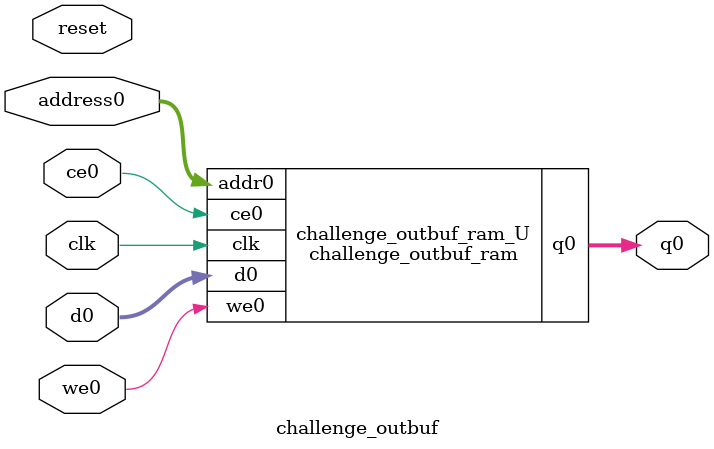
<source format=v>

`timescale 1 ns / 1 ps
module challenge_outbuf_ram (addr0, ce0, d0, we0, q0,  clk);

parameter DWIDTH = 8;
parameter AWIDTH = 8;
parameter MEM_SIZE = 136;

input[AWIDTH-1:0] addr0;
input ce0;
input[DWIDTH-1:0] d0;
input we0;
output reg[DWIDTH-1:0] q0;
input clk;

(* ram_style = "block" *)reg [DWIDTH-1:0] ram[0:MEM_SIZE-1];




always @(posedge clk)  
begin 
    if (ce0) 
    begin
        if (we0) 
        begin 
            ram[addr0] <= d0; 
            q0 <= d0;
        end 
        else 
            q0 <= ram[addr0];
    end
end


endmodule


`timescale 1 ns / 1 ps
module challenge_outbuf(
    reset,
    clk,
    address0,
    ce0,
    we0,
    d0,
    q0);

parameter DataWidth = 32'd8;
parameter AddressRange = 32'd136;
parameter AddressWidth = 32'd8;
input reset;
input clk;
input[AddressWidth - 1:0] address0;
input ce0;
input we0;
input[DataWidth - 1:0] d0;
output[DataWidth - 1:0] q0;



challenge_outbuf_ram challenge_outbuf_ram_U(
    .clk( clk ),
    .addr0( address0 ),
    .ce0( ce0 ),
    .we0( we0 ),
    .d0( d0 ),
    .q0( q0 ));

endmodule


</source>
